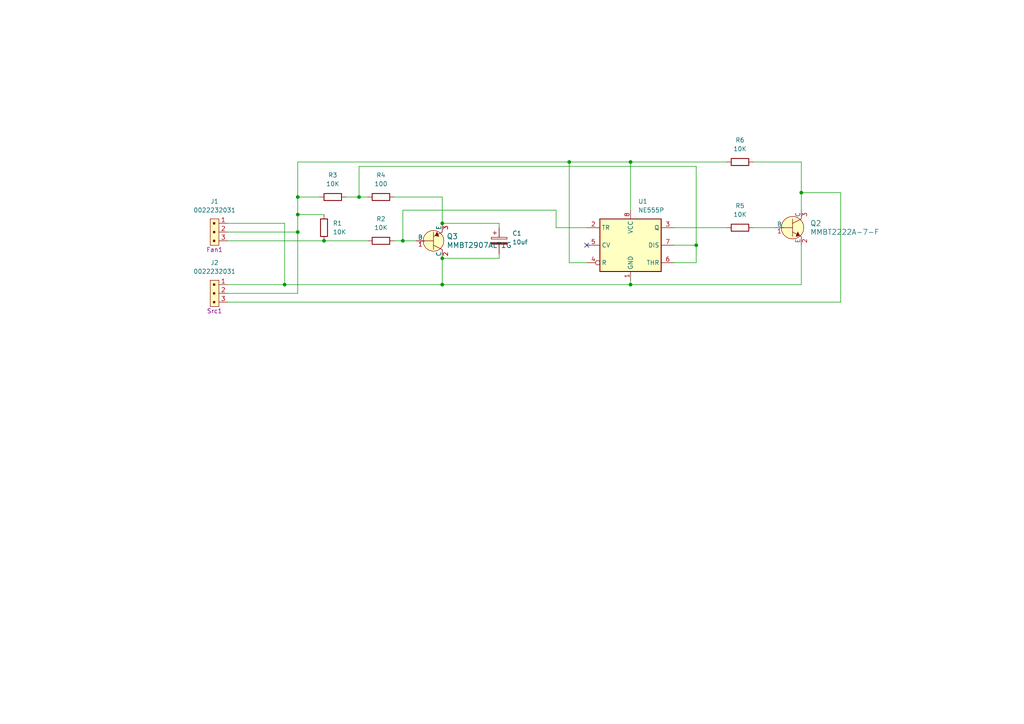
<source format=kicad_sch>
(kicad_sch (version 20231120) (generator "eeschema") (generator_version "8.0")
  (paper "A4")
  (title_block (title "Fan PWM to Rotor Lock"))
  (lib_symbols
    (symbol "Device:C_Polarized" (pin_numbers hide) (pin_names (offset 0.254))
      (property "Reference" "C" (at 0.635 2.54 0))
      (property "Value" "C_Polarized" (at 0.635 -2.54 0))
      (symbol "C_Polarized_0_1"
        (rectangle (start -2.286 0.508) (end 2.286 1.016))
        (polyline (pts (xy -1.778 2.286) (xy -0.762 2.286)))
        (polyline (pts (xy -1.27 2.794) (xy -1.27 1.778)))
        (rectangle (start 2.286 -0.508) (end -2.286 -1.016) (fill (type outline)))
      )
      (symbol "C_Polarized_1_1"
        (pin passive line (at 0 3.81 270) (length 2.794) (name "~") (number "1"))
        (pin passive line (at 0 -3.81 90) (length 2.794) (name "~") (number "2"))
      )
    )
    (symbol "Device:R" (pin_numbers hide) (pin_names (offset 0))
      (property "Reference" "R" (at 2.032 0 90))
      (property "Value" "R" (at 0 0 90))
      (symbol "R_0_1"
        (rectangle (start -1.016 -2.54) (end 1.016 2.54) (stroke (width 0.254)))
      )
      (symbol "R_1_1"
        (pin passive line (at 0 3.81 270) (length 1.27) (name "~") (number "1"))
        (pin passive line (at 0 -3.81 90) (length 1.27) (name "~") (number "2"))
      )
    )
    (symbol "Timer:NE555P"
      (property "Reference" "U" (at -10.16 8.89 0))
      (property "Value" "NE555P" (at 2.54 8.89 0))
      (symbol "NE555P_0_0"
        (pin power_in line (at 0 -10.16 90) (length 2.54) (name "GND") (number "1"))
        (pin power_in line (at 0 10.16 270) (length 2.54) (name "VCC") (number "8"))
      )
      (symbol "NE555P_0_1"
        (rectangle (start -8.89 -7.62) (end 8.89 7.62) (stroke (width 0.254)) (fill (type background)))
        (rectangle (start -8.89 -7.62) (end 8.89 7.62) (stroke (width 0.254)) (fill (type background)))
      )
      (symbol "NE555P_1_1"
        (pin input line (at -12.7 5.08 0) (length 3.81) (name "TR") (number "2"))
        (pin output line (at 12.7 5.08 180) (length 3.81) (name "Q") (number "3"))
        (pin input inverted (at -12.7 -5.08 0) (length 3.81) (name "R") (number "4"))
        (pin input line (at -12.7 0 0) (length 3.81) (name "CV") (number "5"))
        (pin input line (at 12.7 -5.08 180) (length 3.81) (name "THR") (number "6"))
        (pin input line (at 12.7 0 180) (length 3.81) (name "DIS") (number "7"))
      )
    )
    (symbol "dk_Rectangular-Connectors-Headers-Male-Pins:0022232031" (pin_names (offset 1.016))
      (property "Reference" "J" (at -2.54 1.27 0))
      (property "Value" "0022232031" (at 2.54 -3.81 0))
      (symbol "0022232031_1_1"
        (rectangle (start -1.27 0) (end 6.35 -2.54) (fill (type background)))
        (rectangle (start -0.254 -1.143) (end 0.254 -1.651) (fill (type outline)))
        (rectangle (start 2.286 -1.143) (end 2.794 -1.651) (fill (type outline)))
        (rectangle (start 4.826 -1.143) (end 5.334 -1.651) (fill (type outline)))
        (pin passive line (at 0 2.54 270) (length 2.54) (name "~") (number "1"))
        (pin passive line (at 2.54 2.54 270) (length 2.54) (name "~") (number "2"))
        (pin passive line (at 5.08 2.54 270) (length 2.54) (name "~") (number "3"))
      )
    )
    (symbol "dk_Transistors-Bipolar-BJT-Single:MMBT2222A-7-F" (pin_names (offset 0))
      (property "Reference" "Q" (at -3.2004 4.2164 0))
      (property "Value" "MMBT2222A-7-F" (at 5.2324 0 90))
      (symbol "MMBT2222A-7-F_0_1"
        (polyline (pts (xy -3.81 0) (xy -2.54 0)))
        (polyline (pts (xy -3.556 0) (xy 0 0)))
        (polyline (pts (xy 0 -1.27) (xy 2.54 -2.54)))
        (polyline (pts (xy 0 1.27) (xy 2.54 2.54)))
        (polyline (pts (xy 0 2.54) (xy 0 -2.54)))
        (polyline (pts (xy 1.524 -1.27) (xy 2.032 -2.286) (xy 1.016 -2.54) (xy 1.524 -1.27)) (fill (type outline)))
        (circle (center 0 0) (radius 3.2512) (fill (type background)))
      )
      (symbol "MMBT2222A-7-F_1_1"
        (pin input line (at -5.08 0 0) (length 2.54) (name "B") (number "1"))
        (pin passive line (at 2.54 -5.08 90) (length 2.54) (name "E") (number "2"))
        (pin passive line (at 2.54 5.08 270) (length 2.54) (name "C") (number "3"))
      )
    )
    (symbol "dk_Transistors-Bipolar-BJT-Single:MMBT2907ALT1G" (pin_names (offset 0))
      (property "Reference" "Q" (at -2.3876 3.9116 0))
      (property "Value" "MMBT2907ALT1G" (at 5.08 0 90))
      (symbol "MMBT2907ALT1G_0_1"
        (polyline (pts (xy -3.81 0) (xy -2.54 0)))
        (polyline (pts (xy -3.556 0) (xy 0 0)))
        (polyline (pts (xy 0 -1.27) (xy 2.54 -2.54)))
        (polyline (pts (xy 0 1.27) (xy 2.54 2.54)))
        (polyline (pts (xy 0 2.54) (xy 0 -2.54)))
        (polyline (pts (xy 1.016 2.54) (xy 0.508 1.524) (xy 1.524 1.27) (xy 1.016 2.54)) (fill (type outline)))
        (circle (center 0 0) (radius 2.9972) (fill (type background)))
      )
      (symbol "MMBT2907ALT1G_1_1"
        (pin input line (at -5.08 0 0) (length 2.54) (name "B") (number "1"))
        (pin passive line (at 2.54 -5.08 90) (length 2.54) (name "C") (number "2"))
        (pin passive line (at 2.54 5.08 270) (length 2.54) (name "E") (number "3"))
      )
    )
  )
  (junction (at 165.1 46.99))
  (junction (at 128.27 82.55))
  (junction (at 232.41 55.88))
  (junction (at 128.27 64.77))
  (junction (at 82.55 82.55))
  (junction (at 104.14 57.15))
  (junction (at 201.93 71.12))
  (junction (at 182.88 82.55))
  (junction (at 86.36 67.31))
  (junction (at 128.27 74.93))
  (junction (at 182.88 46.99))
  (junction (at 93.98 69.85))
  (junction (at 86.36 62.23))
  (junction (at 116.84 69.85))
  (junction (at 86.36 57.15))
  (no_connect (at 170.18 71.12))
  (wire (pts (xy 232.41 46.99) (xy 232.41 55.88)))
  (wire (pts (xy 128.27 74.93) (xy 128.27 82.55)))
  (wire (pts (xy 66.04 82.55) (xy 82.55 82.55)))
  (wire (pts (xy 82.55 64.77) (xy 82.55 82.55)))
  (wire (pts (xy 182.88 81.28) (xy 182.88 82.55)))
  (wire (pts (xy 116.84 69.85) (xy 116.84 60.96)))
  (wire (pts (xy 218.44 46.99) (xy 232.41 46.99)))
  (wire (pts (xy 100.33 57.15) (xy 104.14 57.15)))
  (wire (pts (xy 93.98 69.85) (xy 106.68 69.85)))
  (wire (pts (xy 218.44 66.04) (xy 224.79 66.04)))
  (wire (pts (xy 161.29 60.96) (xy 161.29 66.04)))
  (wire (pts (xy 86.36 85.09) (xy 86.36 67.31)))
  (wire (pts (xy 165.1 46.99) (xy 165.1 76.2)))
  (wire (pts (xy 66.04 69.85) (xy 93.98 69.85)))
  (wire (pts (xy 104.14 48.26) (xy 201.93 48.26)))
  (wire (pts (xy 82.55 82.55) (xy 128.27 82.55)))
  (wire (pts (xy 161.29 66.04) (xy 170.18 66.04)))
  (wire (pts (xy 232.41 71.12) (xy 232.41 82.55)))
  (wire (pts (xy 104.14 57.15) (xy 104.14 48.26)))
  (wire (pts (xy 86.36 62.23) (xy 86.36 57.15)))
  (wire (pts (xy 232.41 55.88) (xy 243.84 55.88)))
  (wire (pts (xy 195.58 76.2) (xy 201.93 76.2)))
  (wire (pts (xy 116.84 60.96) (xy 161.29 60.96)))
  (wire (pts (xy 104.14 57.15) (xy 106.68 57.15)))
  (wire (pts (xy 165.1 46.99) (xy 182.88 46.99)))
  (wire (pts (xy 114.3 57.15) (xy 128.27 57.15)))
  (wire (pts (xy 195.58 66.04) (xy 210.82 66.04)))
  (wire (pts (xy 144.78 74.93) (xy 144.78 73.66)))
  (wire (pts (xy 243.84 55.88) (xy 243.84 87.63)))
  (wire (pts (xy 128.27 57.15) (xy 128.27 64.77)))
  (wire (pts (xy 144.78 64.77) (xy 144.78 66.04)))
  (wire (pts (xy 66.04 85.09) (xy 86.36 85.09)))
  (wire (pts (xy 86.36 67.31) (xy 86.36 62.23)))
  (wire (pts (xy 182.88 46.99) (xy 210.82 46.99)))
  (wire (pts (xy 232.41 82.55) (xy 182.88 82.55)))
  (wire (pts (xy 128.27 64.77) (xy 144.78 64.77)))
  (wire (pts (xy 182.88 60.96) (xy 182.88 46.99)))
  (wire (pts (xy 170.18 76.2) (xy 165.1 76.2)))
  (wire (pts (xy 232.41 55.88) (xy 232.41 60.96)))
  (wire (pts (xy 66.04 64.77) (xy 82.55 64.77)))
  (wire (pts (xy 114.3 69.85) (xy 116.84 69.85)))
  (wire (pts (xy 201.93 76.2) (xy 201.93 71.12)))
  (wire (pts (xy 66.04 67.31) (xy 86.36 67.31)))
  (wire (pts (xy 201.93 71.12) (xy 195.58 71.12)))
  (wire (pts (xy 243.84 87.63) (xy 66.04 87.63)))
  (wire (pts (xy 128.27 82.55) (xy 182.88 82.55)))
  (wire (pts (xy 86.36 46.99) (xy 165.1 46.99)))
  (wire (pts (xy 116.84 69.85) (xy 120.65 69.85)))
  (wire (pts (xy 86.36 57.15) (xy 92.71 57.15)))
  (wire (pts (xy 201.93 48.26) (xy 201.93 71.12)))
  (wire (pts (xy 128.27 74.93) (xy 144.78 74.93)))
  (wire (pts (xy 86.36 62.23) (xy 93.98 62.23)))
  (wire (pts (xy 86.36 46.99) (xy 86.36 57.15)))
  (symbol (lib_id "Device:R") (at 214.63 66.04 90) (unit 1)
    (property "Reference" "R5" (at 214.63 59.69 90))
    (property "Value" "10K" (at 214.63 62.23 90))
    (property "Footprint" "Resistor_SMD:R_0805_2012Metric_Pad1.20x1.40mm_HandSolder" (effects (hide yes)))
    (property "Description" "Resistor" (effects (hide yes)))
  )
  (symbol (lib_id "dk_Rectangular-Connectors-Headers-Male-Pins:0022232031") (at 63.5 82.55 270) (unit 1)
    (property "Reference" "J2" (at 62.23 76.2 90))
    (property "Value" "0022232031" (at 62.23 78.74 90))
    (property "Footprint" "Connector_JST:JST_PH_B3B-PH-K_1x03_P2.00mm_Vertical" (effects (hide yes)))
    (property "Datasheet" "https://www.molex.com/pdm_docs/sd/022232031_sd.pdf" (effects (hide yes)))
    (property "Description" "CONN HEADER VERT 3POS 2.54MM" (effects (hide yes)))
    (property "Digi-Key_PN" "WM4201-ND" (effects (hide yes)))
    (property "MPN" "0022232031" (effects (hide yes)))
    (property "Category" "Connectors, Interconnects" (effects (hide yes)))
    (property "Family" "Rectangular Connectors - Headers, Male Pins" (effects (hide yes)))
    (property "DK_Datasheet_Link" "https://www.molex.com/pdm_docs/sd/022232031_sd.pdf" (effects (hide yes)))
    (property "DK_Detail_Page" "/product-detail/en/molex/0022232031/WM4201-ND/26669" (effects (hide yes)))
    (property "Description_1" "CONN HEADER VERT 3POS 2.54MM" (effects (hide yes)))
    (property "Manufacturer" "Molex" (effects (hide yes)))
    (property "Status" "Active" (effects (hide yes)))
    (property "Name" "Src1" (at 62.23 90.932 90) (effects (justify bottom)))
  )
  (symbol (lib_id "dk_Transistors-Bipolar-BJT-Single:MMBT2907ALT1G") (at 125.73 69.85 0) (unit 1)
    (property "Reference" "Q3" (at 129.54 68.5799 0) (effects (font (size 1.524 1.524)) (justify left)))
    (property "Value" "MMBT2907ALT1G" (at 129.54 71.1199 0) (effects (font (size 1.524 1.524)) (justify left)))
    (property "Footprint" "digikey-footprints:SOT-23-3" (effects (hide yes)))
    (property "Datasheet" "http://www.onsemi.com/pub/Collateral/MMBT2907ALT1-D.PDF" (effects (hide yes)))
    (property "Description" "TRANS PNP 60V 0.6A SOT23" (effects (hide yes)))
    (property "Digi-Key_PN" "MMBT2907ALT1GOSCT-ND" (effects (hide yes)))
    (property "MPN" "MMBT2907ALT1G" (effects (hide yes)))
    (property "Category" "Discrete Semiconductor Products" (effects (hide yes)))
    (property "Family" "Transistors - Bipolar (BJT) - Single" (effects (hide yes)))
    (property "DK_Datasheet_Link" "http://www.onsemi.com/pub/Collateral/MMBT2907ALT1-D.PDF" (effects (hide yes)))
    (property "DK_Detail_Page" "/product-detail/en/on-semiconductor/MMBT2907ALT1G/MMBT2907ALT1GOSCT-ND/1139812" (effects (hide yes)))
    (property "Description_1" "TRANS PNP 60V 0.6A SOT23" (effects (hide yes)))
    (property "Manufacturer" "ON Semiconductor" (effects (hide yes)))
    (property "Status" "Active" (effects (hide yes)))
  )
  (symbol (lib_id "dk_Rectangular-Connectors-Headers-Male-Pins:0022232031") (at 63.5 64.77 270) (unit 1)
    (property "Reference" "J1" (at 62.23 58.42 90))
    (property "Value" "0022232031" (at 62.23 60.96 90))
    (property "Footprint" "digikey-footprints:PinHeader_1x3_P2.54mm_Drill1.02mm" (effects (hide yes)))
    (property "Datasheet" "https://www.molex.com/pdm_docs/sd/022232031_sd.pdf" (effects (hide yes)))
    (property "Description" "CONN HEADER VERT 3POS 2.54MM" (effects (hide yes)))
    (property "Digi-Key_PN" "WM4201-ND" (effects (hide yes)))
    (property "MPN" "0022232031" (effects (hide yes)))
    (property "Category" "Connectors, Interconnects" (effects (hide yes)))
    (property "Family" "Rectangular Connectors - Headers, Male Pins" (effects (hide yes)))
    (property "DK_Datasheet_Link" "https://www.molex.com/pdm_docs/sd/022232031_sd.pdf" (effects (hide yes)))
    (property "DK_Detail_Page" "/product-detail/en/molex/0022232031/WM4201-ND/26669" (effects (hide yes)))
    (property "Description_1" "CONN HEADER VERT 3POS 2.54MM" (effects (hide yes)))
    (property "Manufacturer" "Molex" (effects (hide yes)))
    (property "Status" "Active" (effects (hide yes)))
    (property "Name" "Fan1" (at 62.23 73.152 90) (effects (justify bottom)))
  )
  (symbol (lib_id "Device:C_Polarized") (at 144.78 69.85 0) (unit 1)
    (property "Reference" "C1" (at 148.59 67.6909 0) (effects (justify left)))
    (property "Value" "10uf" (at 148.59 70.2309 0) (effects (justify left)))
    (property "Footprint" "Capacitor_SMD:C_0805_2012Metric_Pad1.18x1.45mm_HandSolder" (effects (hide yes)))
    (property "Description" "Polarized capacitor" (effects (hide yes)))
  )
  (symbol (lib_id "Timer:NE555P") (at 182.88 71.12 0) (unit 1)
    (property "Reference" "U1" (at 185.0741 58.42 0) (effects (justify left)))
    (property "Value" "NE555P" (at 185.0741 60.96 0) (effects (justify left)))
    (property "Footprint" "Package_SO:SOIC-8_3.9x4.9mm_P1.27mm" (effects (hide yes)))
    (property "Datasheet" "http://www.ti.com/lit/ds/symlink/ne555.pdf" (effects (hide yes)))
    (property "Description" "Precision Timers, 555 compatible,  PDIP-8" (effects (hide yes)))
  )
  (symbol (lib_id "Device:R") (at 93.98 66.04 0) (unit 1)
    (property "Reference" "R1" (at 96.52 64.7699 0) (effects (justify left)))
    (property "Value" "10K" (at 96.52 67.3099 0) (effects (justify left)))
    (property "Footprint" "Resistor_SMD:R_0805_2012Metric_Pad1.20x1.40mm_HandSolder" (effects (hide yes)))
    (property "Description" "Resistor" (effects (hide yes)))
  )
  (symbol (lib_id "Device:R") (at 110.49 57.15 90) (unit 1)
    (property "Reference" "R4" (at 110.49 50.8 90))
    (property "Value" "100" (at 110.49 53.34 90))
    (property "Footprint" "Resistor_SMD:R_0805_2012Metric_Pad1.20x1.40mm_HandSolder" (effects (hide yes)))
    (property "Description" "Resistor" (effects (hide yes)))
  )
  (symbol (lib_id "Device:R") (at 96.52 57.15 90) (unit 1)
    (property "Reference" "R3" (at 96.52 50.8 90))
    (property "Value" "10K" (at 96.52 53.34 90))
    (property "Footprint" "Resistor_SMD:R_0805_2012Metric_Pad1.20x1.40mm_HandSolder" (effects (hide yes)))
    (property "Description" "Resistor" (effects (hide yes)))
  )
  (symbol (lib_id "Device:R") (at 214.63 46.99 90) (unit 1)
    (property "Reference" "R6" (at 214.63 40.64 90))
    (property "Value" "10K" (at 214.63 43.18 90))
    (property "Footprint" "Resistor_SMD:R_0805_2012Metric_Pad1.20x1.40mm_HandSolder" (effects (hide yes)))
    (property "Description" "Resistor" (effects (hide yes)))
  )
  (symbol (lib_id "Device:R") (at 110.49 69.85 90) (unit 1)
    (property "Reference" "R2" (at 110.49 63.5 90))
    (property "Value" "10K" (at 110.49 66.04 90))
    (property "Footprint" "Resistor_SMD:R_0805_2012Metric_Pad1.20x1.40mm_HandSolder" (effects (hide yes)))
    (property "Description" "Resistor" (effects (hide yes)))
  )
  (symbol (lib_id "dk_Transistors-Bipolar-BJT-Single:MMBT2222A-7-F") (at 229.87 66.04 0) (unit 1)
    (property "Reference" "Q2" (at 234.95 64.7699 0) (effects (font (size 1.524 1.524)) (justify left)))
    (property "Value" "MMBT2222A-7-F" (at 234.95 67.3099 0) (effects (font (size 1.524 1.524)) (justify left)))
    (property "Footprint" "digikey-footprints:SOT-23-3" (effects (hide yes)))
    (property "Datasheet" "https://www.diodes.com/assets/Datasheets/ds30041.pdf" (effects (hide yes)))
    (property "Description" "TRANS NPN 40V 0.6A SMD SOT23-3" (effects (hide yes)))
    (property "Digi-Key_PN" "MMBT2222A-FDICT-ND" (effects (hide yes)))
    (property "MPN" "MMBT2222A-7-F" (effects (hide yes)))
    (property "Category" "Discrete Semiconductor Products" (effects (hide yes)))
    (property "Family" "Transistors - Bipolar (BJT) - Single" (effects (hide yes)))
    (property "DK_Datasheet_Link" "https://www.diodes.com/assets/Datasheets/ds30041.pdf" (effects (hide yes)))
    (property "DK_Detail_Page" "/product-detail/en/diodes-incorporated/MMBT2222A-7-F/MMBT2222A-FDICT-ND/815723" (effects (hide yes)))
    (property "Description_1" "TRANS NPN 40V 0.6A SMD SOT23-3" (effects (hide yes)))
    (property "Manufacturer" "Diodes Incorporated" (effects (hide yes)))
    (property "Status" "Active" (effects (hide yes)))
  )
)
</source>
